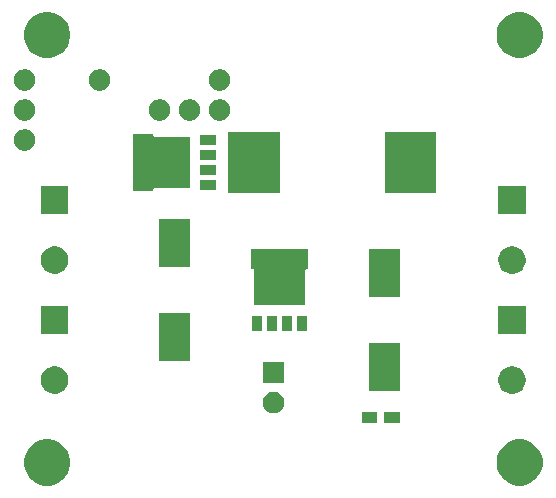
<source format=gts>
G04 #@! TF.GenerationSoftware,KiCad,Pcbnew,(5.0.2)-1*
G04 #@! TF.CreationDate,2019-01-24T20:45:34+08:00*
G04 #@! TF.ProjectId,Inverter Trial 2,496e7665-7274-4657-9220-547269616c20,rev?*
G04 #@! TF.SameCoordinates,Original*
G04 #@! TF.FileFunction,Soldermask,Top*
G04 #@! TF.FilePolarity,Negative*
%FSLAX46Y46*%
G04 Gerber Fmt 4.6, Leading zero omitted, Abs format (unit mm)*
G04 Created by KiCad (PCBNEW (5.0.2)-1) date 01/24/19 20:45:34*
%MOMM*%
%LPD*%
G01*
G04 APERTURE LIST*
%ADD10C,0.100000*%
G04 APERTURE END LIST*
D10*
G36*
X192974083Y-64798975D02*
X192974085Y-64798976D01*
X192974086Y-64798976D01*
X193329145Y-64946046D01*
X193329146Y-64946047D01*
X193648693Y-65159561D01*
X193920439Y-65431307D01*
X193920441Y-65431310D01*
X194133954Y-65750855D01*
X194281024Y-66105914D01*
X194356000Y-66482843D01*
X194356000Y-66867157D01*
X194281024Y-67244086D01*
X194133954Y-67599145D01*
X194133953Y-67599146D01*
X193920439Y-67918693D01*
X193648693Y-68190439D01*
X193648690Y-68190441D01*
X193329145Y-68403954D01*
X192974086Y-68551024D01*
X192974085Y-68551024D01*
X192974083Y-68551025D01*
X192597158Y-68626000D01*
X192212842Y-68626000D01*
X191835917Y-68551025D01*
X191835915Y-68551024D01*
X191835914Y-68551024D01*
X191480855Y-68403954D01*
X191161310Y-68190441D01*
X191161307Y-68190439D01*
X190889561Y-67918693D01*
X190676047Y-67599146D01*
X190676046Y-67599145D01*
X190528976Y-67244086D01*
X190454000Y-66867157D01*
X190454000Y-66482843D01*
X190528976Y-66105914D01*
X190676046Y-65750855D01*
X190889559Y-65431310D01*
X190889561Y-65431307D01*
X191161307Y-65159561D01*
X191480854Y-64946047D01*
X191480855Y-64946046D01*
X191835914Y-64798976D01*
X191835915Y-64798976D01*
X191835917Y-64798975D01*
X192212842Y-64724000D01*
X192597158Y-64724000D01*
X192974083Y-64798975D01*
X192974083Y-64798975D01*
G37*
G36*
X152969083Y-64798975D02*
X152969085Y-64798976D01*
X152969086Y-64798976D01*
X153324145Y-64946046D01*
X153324146Y-64946047D01*
X153643693Y-65159561D01*
X153915439Y-65431307D01*
X153915441Y-65431310D01*
X154128954Y-65750855D01*
X154276024Y-66105914D01*
X154351000Y-66482843D01*
X154351000Y-66867157D01*
X154276024Y-67244086D01*
X154128954Y-67599145D01*
X154128953Y-67599146D01*
X153915439Y-67918693D01*
X153643693Y-68190439D01*
X153643690Y-68190441D01*
X153324145Y-68403954D01*
X152969086Y-68551024D01*
X152969085Y-68551024D01*
X152969083Y-68551025D01*
X152592158Y-68626000D01*
X152207842Y-68626000D01*
X151830917Y-68551025D01*
X151830915Y-68551024D01*
X151830914Y-68551024D01*
X151475855Y-68403954D01*
X151156310Y-68190441D01*
X151156307Y-68190439D01*
X150884561Y-67918693D01*
X150671047Y-67599146D01*
X150671046Y-67599145D01*
X150523976Y-67244086D01*
X150449000Y-66867157D01*
X150449000Y-66482843D01*
X150523976Y-66105914D01*
X150671046Y-65750855D01*
X150884559Y-65431310D01*
X150884561Y-65431307D01*
X151156307Y-65159561D01*
X151475854Y-64946047D01*
X151475855Y-64946046D01*
X151830914Y-64798976D01*
X151830915Y-64798976D01*
X151830917Y-64798975D01*
X152207842Y-64724000D01*
X152592158Y-64724000D01*
X152969083Y-64798975D01*
X152969083Y-64798975D01*
G37*
G36*
X180361000Y-63291000D02*
X179059000Y-63291000D01*
X179059000Y-62439000D01*
X180361000Y-62439000D01*
X180361000Y-63291000D01*
X180361000Y-63291000D01*
G37*
G36*
X182261000Y-63291000D02*
X180959000Y-63291000D01*
X180959000Y-62439000D01*
X182261000Y-62439000D01*
X182261000Y-63291000D01*
X182261000Y-63291000D01*
G37*
G36*
X171842145Y-60720932D02*
X172007572Y-60789454D01*
X172156457Y-60888936D01*
X172283064Y-61015543D01*
X172382546Y-61164428D01*
X172451068Y-61329855D01*
X172486000Y-61505470D01*
X172486000Y-61684530D01*
X172451068Y-61860145D01*
X172382546Y-62025572D01*
X172283064Y-62174457D01*
X172156457Y-62301064D01*
X172007572Y-62400546D01*
X171842145Y-62469068D01*
X171666530Y-62504000D01*
X171487470Y-62504000D01*
X171311855Y-62469068D01*
X171146428Y-62400546D01*
X170997543Y-62301064D01*
X170870936Y-62174457D01*
X170771454Y-62025572D01*
X170702932Y-61860145D01*
X170668000Y-61684530D01*
X170668000Y-61505470D01*
X170702932Y-61329855D01*
X170771454Y-61164428D01*
X170870936Y-61015543D01*
X170997543Y-60888936D01*
X171146428Y-60789454D01*
X171311855Y-60720932D01*
X171487470Y-60686000D01*
X171666530Y-60686000D01*
X171842145Y-60720932D01*
X171842145Y-60720932D01*
G37*
G36*
X192108065Y-58575539D02*
X192108067Y-58575540D01*
X192108068Y-58575540D01*
X192318992Y-58662907D01*
X192318993Y-58662908D01*
X192508822Y-58789748D01*
X192670252Y-58951178D01*
X192670254Y-58951181D01*
X192797093Y-59141008D01*
X192884460Y-59351932D01*
X192929000Y-59575848D01*
X192929000Y-59804152D01*
X192884460Y-60028068D01*
X192797093Y-60238992D01*
X192797092Y-60238993D01*
X192670252Y-60428822D01*
X192508822Y-60590252D01*
X192508819Y-60590254D01*
X192318992Y-60717093D01*
X192108068Y-60804460D01*
X192108067Y-60804460D01*
X192108065Y-60804461D01*
X191884153Y-60849000D01*
X191655847Y-60849000D01*
X191431935Y-60804461D01*
X191431933Y-60804460D01*
X191431932Y-60804460D01*
X191221008Y-60717093D01*
X191031181Y-60590254D01*
X191031178Y-60590252D01*
X190869748Y-60428822D01*
X190742908Y-60238993D01*
X190742907Y-60238992D01*
X190655540Y-60028068D01*
X190611000Y-59804152D01*
X190611000Y-59575848D01*
X190655540Y-59351932D01*
X190742907Y-59141008D01*
X190869746Y-58951181D01*
X190869748Y-58951178D01*
X191031178Y-58789748D01*
X191221007Y-58662908D01*
X191221008Y-58662907D01*
X191431932Y-58575540D01*
X191431933Y-58575540D01*
X191431935Y-58575539D01*
X191655847Y-58531000D01*
X191884153Y-58531000D01*
X192108065Y-58575539D01*
X192108065Y-58575539D01*
G37*
G36*
X153373065Y-58575539D02*
X153373067Y-58575540D01*
X153373068Y-58575540D01*
X153583992Y-58662907D01*
X153583993Y-58662908D01*
X153773822Y-58789748D01*
X153935252Y-58951178D01*
X153935254Y-58951181D01*
X154062093Y-59141008D01*
X154149460Y-59351932D01*
X154194000Y-59575848D01*
X154194000Y-59804152D01*
X154149460Y-60028068D01*
X154062093Y-60238992D01*
X154062092Y-60238993D01*
X153935252Y-60428822D01*
X153773822Y-60590252D01*
X153773819Y-60590254D01*
X153583992Y-60717093D01*
X153373068Y-60804460D01*
X153373067Y-60804460D01*
X153373065Y-60804461D01*
X153149153Y-60849000D01*
X152920847Y-60849000D01*
X152696935Y-60804461D01*
X152696933Y-60804460D01*
X152696932Y-60804460D01*
X152486008Y-60717093D01*
X152296181Y-60590254D01*
X152296178Y-60590252D01*
X152134748Y-60428822D01*
X152007908Y-60238993D01*
X152007907Y-60238992D01*
X151920540Y-60028068D01*
X151876000Y-59804152D01*
X151876000Y-59575848D01*
X151920540Y-59351932D01*
X152007907Y-59141008D01*
X152134746Y-58951181D01*
X152134748Y-58951178D01*
X152296178Y-58789748D01*
X152486007Y-58662908D01*
X152486008Y-58662907D01*
X152696932Y-58575540D01*
X152696933Y-58575540D01*
X152696935Y-58575539D01*
X152920847Y-58531000D01*
X153149153Y-58531000D01*
X153373065Y-58575539D01*
X153373065Y-58575539D01*
G37*
G36*
X182276000Y-60661000D02*
X179674000Y-60661000D01*
X179674000Y-56559000D01*
X182276000Y-56559000D01*
X182276000Y-60661000D01*
X182276000Y-60661000D01*
G37*
G36*
X172486000Y-59964000D02*
X170668000Y-59964000D01*
X170668000Y-58146000D01*
X172486000Y-58146000D01*
X172486000Y-59964000D01*
X172486000Y-59964000D01*
G37*
G36*
X164496000Y-58121000D02*
X161894000Y-58121000D01*
X161894000Y-54019000D01*
X164496000Y-54019000D01*
X164496000Y-58121000D01*
X164496000Y-58121000D01*
G37*
G36*
X192929000Y-55769000D02*
X190611000Y-55769000D01*
X190611000Y-53451000D01*
X192929000Y-53451000D01*
X192929000Y-55769000D01*
X192929000Y-55769000D01*
G37*
G36*
X154194000Y-55769000D02*
X151876000Y-55769000D01*
X151876000Y-53451000D01*
X154194000Y-53451000D01*
X154194000Y-55769000D01*
X154194000Y-55769000D01*
G37*
G36*
X173145000Y-55550000D02*
X172305000Y-55550000D01*
X172305000Y-54260000D01*
X173145000Y-54260000D01*
X173145000Y-55550000D01*
X173145000Y-55550000D01*
G37*
G36*
X170595000Y-55550000D02*
X169755000Y-55550000D01*
X169755000Y-54260000D01*
X170595000Y-54260000D01*
X170595000Y-55550000D01*
X170595000Y-55550000D01*
G37*
G36*
X174415000Y-55550000D02*
X173575000Y-55550000D01*
X173575000Y-54260000D01*
X174415000Y-54260000D01*
X174415000Y-55550000D01*
X174415000Y-55550000D01*
G37*
G36*
X171865000Y-55550000D02*
X171025000Y-55550000D01*
X171025000Y-54260000D01*
X171865000Y-54260000D01*
X171865000Y-55550000D01*
X171865000Y-55550000D01*
G37*
G36*
X174505000Y-50280000D02*
X174380000Y-50280000D01*
X174355614Y-50282402D01*
X174332165Y-50289515D01*
X174310554Y-50301066D01*
X174291612Y-50316612D01*
X174276066Y-50335554D01*
X174264515Y-50357165D01*
X174257402Y-50380614D01*
X174255000Y-50405000D01*
X174255000Y-53355000D01*
X169915000Y-53355000D01*
X169915000Y-50405000D01*
X169912598Y-50380614D01*
X169905485Y-50357165D01*
X169893934Y-50335554D01*
X169878388Y-50316612D01*
X169859446Y-50301066D01*
X169837835Y-50289515D01*
X169814386Y-50282402D01*
X169790000Y-50280000D01*
X169665000Y-50280000D01*
X169665000Y-48590000D01*
X174505000Y-48590000D01*
X174505000Y-50280000D01*
X174505000Y-50280000D01*
G37*
G36*
X182276000Y-52661000D02*
X179674000Y-52661000D01*
X179674000Y-48559000D01*
X182276000Y-48559000D01*
X182276000Y-52661000D01*
X182276000Y-52661000D01*
G37*
G36*
X192108065Y-48415539D02*
X192108067Y-48415540D01*
X192108068Y-48415540D01*
X192318992Y-48502907D01*
X192449335Y-48590000D01*
X192508822Y-48629748D01*
X192670252Y-48791178D01*
X192670254Y-48791181D01*
X192797093Y-48981008D01*
X192884460Y-49191932D01*
X192884461Y-49191935D01*
X192929000Y-49415847D01*
X192929000Y-49644153D01*
X192916897Y-49705000D01*
X192884460Y-49868068D01*
X192797093Y-50078992D01*
X192797092Y-50078993D01*
X192670252Y-50268822D01*
X192508822Y-50430252D01*
X192508819Y-50430254D01*
X192318992Y-50557093D01*
X192108068Y-50644460D01*
X192108067Y-50644460D01*
X192108065Y-50644461D01*
X191884153Y-50689000D01*
X191655847Y-50689000D01*
X191431935Y-50644461D01*
X191431933Y-50644460D01*
X191431932Y-50644460D01*
X191221008Y-50557093D01*
X191031181Y-50430254D01*
X191031178Y-50430252D01*
X190869748Y-50268822D01*
X190742908Y-50078993D01*
X190742907Y-50078992D01*
X190655540Y-49868068D01*
X190623104Y-49705000D01*
X190611000Y-49644153D01*
X190611000Y-49415847D01*
X190655539Y-49191935D01*
X190655540Y-49191932D01*
X190742907Y-48981008D01*
X190869746Y-48791181D01*
X190869748Y-48791178D01*
X191031178Y-48629748D01*
X191090665Y-48590000D01*
X191221008Y-48502907D01*
X191431932Y-48415540D01*
X191431933Y-48415540D01*
X191431935Y-48415539D01*
X191655847Y-48371000D01*
X191884153Y-48371000D01*
X192108065Y-48415539D01*
X192108065Y-48415539D01*
G37*
G36*
X153373065Y-48415539D02*
X153373067Y-48415540D01*
X153373068Y-48415540D01*
X153583992Y-48502907D01*
X153714335Y-48590000D01*
X153773822Y-48629748D01*
X153935252Y-48791178D01*
X153935254Y-48791181D01*
X154062093Y-48981008D01*
X154149460Y-49191932D01*
X154149461Y-49191935D01*
X154194000Y-49415847D01*
X154194000Y-49644153D01*
X154181897Y-49705000D01*
X154149460Y-49868068D01*
X154062093Y-50078992D01*
X154062092Y-50078993D01*
X153935252Y-50268822D01*
X153773822Y-50430252D01*
X153773819Y-50430254D01*
X153583992Y-50557093D01*
X153373068Y-50644460D01*
X153373067Y-50644460D01*
X153373065Y-50644461D01*
X153149153Y-50689000D01*
X152920847Y-50689000D01*
X152696935Y-50644461D01*
X152696933Y-50644460D01*
X152696932Y-50644460D01*
X152486008Y-50557093D01*
X152296181Y-50430254D01*
X152296178Y-50430252D01*
X152134748Y-50268822D01*
X152007908Y-50078993D01*
X152007907Y-50078992D01*
X151920540Y-49868068D01*
X151888104Y-49705000D01*
X151876000Y-49644153D01*
X151876000Y-49415847D01*
X151920539Y-49191935D01*
X151920540Y-49191932D01*
X152007907Y-48981008D01*
X152134746Y-48791181D01*
X152134748Y-48791178D01*
X152296178Y-48629748D01*
X152355665Y-48590000D01*
X152486008Y-48502907D01*
X152696932Y-48415540D01*
X152696933Y-48415540D01*
X152696935Y-48415539D01*
X152920847Y-48371000D01*
X153149153Y-48371000D01*
X153373065Y-48415539D01*
X153373065Y-48415539D01*
G37*
G36*
X164496000Y-50121000D02*
X161894000Y-50121000D01*
X161894000Y-46019000D01*
X164496000Y-46019000D01*
X164496000Y-50121000D01*
X164496000Y-50121000D01*
G37*
G36*
X192929000Y-45609000D02*
X190611000Y-45609000D01*
X190611000Y-43291000D01*
X192929000Y-43291000D01*
X192929000Y-45609000D01*
X192929000Y-45609000D01*
G37*
G36*
X154194000Y-45609000D02*
X151876000Y-45609000D01*
X151876000Y-43291000D01*
X154194000Y-43291000D01*
X154194000Y-45609000D01*
X154194000Y-45609000D01*
G37*
G36*
X185331000Y-43826000D02*
X180979000Y-43826000D01*
X180979000Y-38724000D01*
X185331000Y-38724000D01*
X185331000Y-43826000D01*
X185331000Y-43826000D01*
G37*
G36*
X172081000Y-43826000D02*
X167729000Y-43826000D01*
X167729000Y-38724000D01*
X172081000Y-38724000D01*
X172081000Y-43826000D01*
X172081000Y-43826000D01*
G37*
G36*
X161405000Y-38980000D02*
X161407402Y-39004386D01*
X161414515Y-39027835D01*
X161426066Y-39049446D01*
X161441612Y-39068388D01*
X161460554Y-39083934D01*
X161482165Y-39095485D01*
X161505614Y-39102598D01*
X161530000Y-39105000D01*
X164480000Y-39105000D01*
X164480000Y-43445000D01*
X161530000Y-43445000D01*
X161505614Y-43447402D01*
X161482165Y-43454515D01*
X161460554Y-43466066D01*
X161441612Y-43481612D01*
X161426066Y-43500554D01*
X161414515Y-43522165D01*
X161407402Y-43545614D01*
X161405000Y-43570000D01*
X161405000Y-43695000D01*
X159715000Y-43695000D01*
X159715000Y-38855000D01*
X161405000Y-38855000D01*
X161405000Y-38980000D01*
X161405000Y-38980000D01*
G37*
G36*
X166675000Y-43605000D02*
X165385000Y-43605000D01*
X165385000Y-42765000D01*
X166675000Y-42765000D01*
X166675000Y-43605000D01*
X166675000Y-43605000D01*
G37*
G36*
X166675000Y-42335000D02*
X165385000Y-42335000D01*
X165385000Y-41495000D01*
X166675000Y-41495000D01*
X166675000Y-42335000D01*
X166675000Y-42335000D01*
G37*
G36*
X166675000Y-41055000D02*
X165385000Y-41055000D01*
X165385000Y-40215000D01*
X166675000Y-40215000D01*
X166675000Y-41055000D01*
X166675000Y-41055000D01*
G37*
G36*
X150760145Y-38495932D02*
X150925572Y-38564454D01*
X151074457Y-38663936D01*
X151201064Y-38790543D01*
X151300546Y-38939428D01*
X151369068Y-39104855D01*
X151404000Y-39280470D01*
X151404000Y-39459530D01*
X151369068Y-39635145D01*
X151300546Y-39800572D01*
X151201064Y-39949457D01*
X151074457Y-40076064D01*
X150925572Y-40175546D01*
X150760145Y-40244068D01*
X150584530Y-40279000D01*
X150405470Y-40279000D01*
X150229855Y-40244068D01*
X150064428Y-40175546D01*
X149915543Y-40076064D01*
X149788936Y-39949457D01*
X149689454Y-39800572D01*
X149620932Y-39635145D01*
X149586000Y-39459530D01*
X149586000Y-39280470D01*
X149620932Y-39104855D01*
X149689454Y-38939428D01*
X149788936Y-38790543D01*
X149915543Y-38663936D01*
X150064428Y-38564454D01*
X150229855Y-38495932D01*
X150405470Y-38461000D01*
X150584530Y-38461000D01*
X150760145Y-38495932D01*
X150760145Y-38495932D01*
G37*
G36*
X166675000Y-39785000D02*
X165385000Y-39785000D01*
X165385000Y-38945000D01*
X166675000Y-38945000D01*
X166675000Y-39785000D01*
X166675000Y-39785000D01*
G37*
G36*
X150760145Y-35955932D02*
X150925572Y-36024454D01*
X151074457Y-36123936D01*
X151201064Y-36250543D01*
X151300546Y-36399428D01*
X151369068Y-36564855D01*
X151404000Y-36740470D01*
X151404000Y-36919530D01*
X151369068Y-37095145D01*
X151300546Y-37260572D01*
X151201064Y-37409457D01*
X151074457Y-37536064D01*
X150925572Y-37635546D01*
X150760145Y-37704068D01*
X150584530Y-37739000D01*
X150405470Y-37739000D01*
X150229855Y-37704068D01*
X150064428Y-37635546D01*
X149915543Y-37536064D01*
X149788936Y-37409457D01*
X149689454Y-37260572D01*
X149620932Y-37095145D01*
X149586000Y-36919530D01*
X149586000Y-36740470D01*
X149620932Y-36564855D01*
X149689454Y-36399428D01*
X149788936Y-36250543D01*
X149915543Y-36123936D01*
X150064428Y-36024454D01*
X150229855Y-35955932D01*
X150405470Y-35921000D01*
X150584530Y-35921000D01*
X150760145Y-35955932D01*
X150760145Y-35955932D01*
G37*
G36*
X164730145Y-35955932D02*
X164895572Y-36024454D01*
X165044457Y-36123936D01*
X165171064Y-36250543D01*
X165270546Y-36399428D01*
X165339068Y-36564855D01*
X165374000Y-36740470D01*
X165374000Y-36919530D01*
X165339068Y-37095145D01*
X165270546Y-37260572D01*
X165171064Y-37409457D01*
X165044457Y-37536064D01*
X164895572Y-37635546D01*
X164730145Y-37704068D01*
X164554530Y-37739000D01*
X164375470Y-37739000D01*
X164199855Y-37704068D01*
X164034428Y-37635546D01*
X163885543Y-37536064D01*
X163758936Y-37409457D01*
X163659454Y-37260572D01*
X163590932Y-37095145D01*
X163556000Y-36919530D01*
X163556000Y-36740470D01*
X163590932Y-36564855D01*
X163659454Y-36399428D01*
X163758936Y-36250543D01*
X163885543Y-36123936D01*
X164034428Y-36024454D01*
X164199855Y-35955932D01*
X164375470Y-35921000D01*
X164554530Y-35921000D01*
X164730145Y-35955932D01*
X164730145Y-35955932D01*
G37*
G36*
X162190145Y-35955932D02*
X162355572Y-36024454D01*
X162504457Y-36123936D01*
X162631064Y-36250543D01*
X162730546Y-36399428D01*
X162799068Y-36564855D01*
X162834000Y-36740470D01*
X162834000Y-36919530D01*
X162799068Y-37095145D01*
X162730546Y-37260572D01*
X162631064Y-37409457D01*
X162504457Y-37536064D01*
X162355572Y-37635546D01*
X162190145Y-37704068D01*
X162014530Y-37739000D01*
X161835470Y-37739000D01*
X161659855Y-37704068D01*
X161494428Y-37635546D01*
X161345543Y-37536064D01*
X161218936Y-37409457D01*
X161119454Y-37260572D01*
X161050932Y-37095145D01*
X161016000Y-36919530D01*
X161016000Y-36740470D01*
X161050932Y-36564855D01*
X161119454Y-36399428D01*
X161218936Y-36250543D01*
X161345543Y-36123936D01*
X161494428Y-36024454D01*
X161659855Y-35955932D01*
X161835470Y-35921000D01*
X162014530Y-35921000D01*
X162190145Y-35955932D01*
X162190145Y-35955932D01*
G37*
G36*
X167270145Y-35955932D02*
X167435572Y-36024454D01*
X167584457Y-36123936D01*
X167711064Y-36250543D01*
X167810546Y-36399428D01*
X167879068Y-36564855D01*
X167914000Y-36740470D01*
X167914000Y-36919530D01*
X167879068Y-37095145D01*
X167810546Y-37260572D01*
X167711064Y-37409457D01*
X167584457Y-37536064D01*
X167435572Y-37635546D01*
X167270145Y-37704068D01*
X167094530Y-37739000D01*
X166915470Y-37739000D01*
X166739855Y-37704068D01*
X166574428Y-37635546D01*
X166425543Y-37536064D01*
X166298936Y-37409457D01*
X166199454Y-37260572D01*
X166130932Y-37095145D01*
X166096000Y-36919530D01*
X166096000Y-36740470D01*
X166130932Y-36564855D01*
X166199454Y-36399428D01*
X166298936Y-36250543D01*
X166425543Y-36123936D01*
X166574428Y-36024454D01*
X166739855Y-35955932D01*
X166915470Y-35921000D01*
X167094530Y-35921000D01*
X167270145Y-35955932D01*
X167270145Y-35955932D01*
G37*
G36*
X167270145Y-33415932D02*
X167435572Y-33484454D01*
X167584457Y-33583936D01*
X167711064Y-33710543D01*
X167810546Y-33859428D01*
X167879068Y-34024855D01*
X167914000Y-34200470D01*
X167914000Y-34379530D01*
X167879068Y-34555145D01*
X167810546Y-34720572D01*
X167711064Y-34869457D01*
X167584457Y-34996064D01*
X167435572Y-35095546D01*
X167270145Y-35164068D01*
X167094530Y-35199000D01*
X166915470Y-35199000D01*
X166739855Y-35164068D01*
X166574428Y-35095546D01*
X166425543Y-34996064D01*
X166298936Y-34869457D01*
X166199454Y-34720572D01*
X166130932Y-34555145D01*
X166096000Y-34379530D01*
X166096000Y-34200470D01*
X166130932Y-34024855D01*
X166199454Y-33859428D01*
X166298936Y-33710543D01*
X166425543Y-33583936D01*
X166574428Y-33484454D01*
X166739855Y-33415932D01*
X166915470Y-33381000D01*
X167094530Y-33381000D01*
X167270145Y-33415932D01*
X167270145Y-33415932D01*
G37*
G36*
X157110145Y-33415932D02*
X157275572Y-33484454D01*
X157424457Y-33583936D01*
X157551064Y-33710543D01*
X157650546Y-33859428D01*
X157719068Y-34024855D01*
X157754000Y-34200470D01*
X157754000Y-34379530D01*
X157719068Y-34555145D01*
X157650546Y-34720572D01*
X157551064Y-34869457D01*
X157424457Y-34996064D01*
X157275572Y-35095546D01*
X157110145Y-35164068D01*
X156934530Y-35199000D01*
X156755470Y-35199000D01*
X156579855Y-35164068D01*
X156414428Y-35095546D01*
X156265543Y-34996064D01*
X156138936Y-34869457D01*
X156039454Y-34720572D01*
X155970932Y-34555145D01*
X155936000Y-34379530D01*
X155936000Y-34200470D01*
X155970932Y-34024855D01*
X156039454Y-33859428D01*
X156138936Y-33710543D01*
X156265543Y-33583936D01*
X156414428Y-33484454D01*
X156579855Y-33415932D01*
X156755470Y-33381000D01*
X156934530Y-33381000D01*
X157110145Y-33415932D01*
X157110145Y-33415932D01*
G37*
G36*
X150760145Y-33415932D02*
X150925572Y-33484454D01*
X151074457Y-33583936D01*
X151201064Y-33710543D01*
X151300546Y-33859428D01*
X151369068Y-34024855D01*
X151404000Y-34200470D01*
X151404000Y-34379530D01*
X151369068Y-34555145D01*
X151300546Y-34720572D01*
X151201064Y-34869457D01*
X151074457Y-34996064D01*
X150925572Y-35095546D01*
X150760145Y-35164068D01*
X150584530Y-35199000D01*
X150405470Y-35199000D01*
X150229855Y-35164068D01*
X150064428Y-35095546D01*
X149915543Y-34996064D01*
X149788936Y-34869457D01*
X149689454Y-34720572D01*
X149620932Y-34555145D01*
X149586000Y-34379530D01*
X149586000Y-34200470D01*
X149620932Y-34024855D01*
X149689454Y-33859428D01*
X149788936Y-33710543D01*
X149915543Y-33583936D01*
X150064428Y-33484454D01*
X150229855Y-33415932D01*
X150405470Y-33381000D01*
X150584530Y-33381000D01*
X150760145Y-33415932D01*
X150760145Y-33415932D01*
G37*
G36*
X152969083Y-28603975D02*
X152969085Y-28603976D01*
X152969086Y-28603976D01*
X153324145Y-28751046D01*
X153324146Y-28751047D01*
X153643693Y-28964561D01*
X153915439Y-29236307D01*
X153915441Y-29236310D01*
X154128954Y-29555855D01*
X154276024Y-29910914D01*
X154351000Y-30287843D01*
X154351000Y-30672157D01*
X154276024Y-31049086D01*
X154128954Y-31404145D01*
X154128953Y-31404146D01*
X153915439Y-31723693D01*
X153643693Y-31995439D01*
X153643690Y-31995441D01*
X153324145Y-32208954D01*
X152969086Y-32356024D01*
X152969085Y-32356024D01*
X152969083Y-32356025D01*
X152592158Y-32431000D01*
X152207842Y-32431000D01*
X151830917Y-32356025D01*
X151830915Y-32356024D01*
X151830914Y-32356024D01*
X151475855Y-32208954D01*
X151156310Y-31995441D01*
X151156307Y-31995439D01*
X150884561Y-31723693D01*
X150671047Y-31404146D01*
X150671046Y-31404145D01*
X150523976Y-31049086D01*
X150449000Y-30672157D01*
X150449000Y-30287843D01*
X150523976Y-29910914D01*
X150671046Y-29555855D01*
X150884559Y-29236310D01*
X150884561Y-29236307D01*
X151156307Y-28964561D01*
X151475854Y-28751047D01*
X151475855Y-28751046D01*
X151830914Y-28603976D01*
X151830915Y-28603976D01*
X151830917Y-28603975D01*
X152207842Y-28529000D01*
X152592158Y-28529000D01*
X152969083Y-28603975D01*
X152969083Y-28603975D01*
G37*
G36*
X192974083Y-28603975D02*
X192974085Y-28603976D01*
X192974086Y-28603976D01*
X193329145Y-28751046D01*
X193329146Y-28751047D01*
X193648693Y-28964561D01*
X193920439Y-29236307D01*
X193920441Y-29236310D01*
X194133954Y-29555855D01*
X194281024Y-29910914D01*
X194356000Y-30287843D01*
X194356000Y-30672157D01*
X194281024Y-31049086D01*
X194133954Y-31404145D01*
X194133953Y-31404146D01*
X193920439Y-31723693D01*
X193648693Y-31995439D01*
X193648690Y-31995441D01*
X193329145Y-32208954D01*
X192974086Y-32356024D01*
X192974085Y-32356024D01*
X192974083Y-32356025D01*
X192597158Y-32431000D01*
X192212842Y-32431000D01*
X191835917Y-32356025D01*
X191835915Y-32356024D01*
X191835914Y-32356024D01*
X191480855Y-32208954D01*
X191161310Y-31995441D01*
X191161307Y-31995439D01*
X190889561Y-31723693D01*
X190676047Y-31404146D01*
X190676046Y-31404145D01*
X190528976Y-31049086D01*
X190454000Y-30672157D01*
X190454000Y-30287843D01*
X190528976Y-29910914D01*
X190676046Y-29555855D01*
X190889559Y-29236310D01*
X190889561Y-29236307D01*
X191161307Y-28964561D01*
X191480854Y-28751047D01*
X191480855Y-28751046D01*
X191835914Y-28603976D01*
X191835915Y-28603976D01*
X191835917Y-28603975D01*
X192212842Y-28529000D01*
X192597158Y-28529000D01*
X192974083Y-28603975D01*
X192974083Y-28603975D01*
G37*
M02*

</source>
